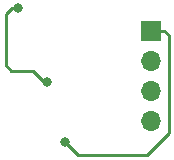
<source format=gbr>
G04 #@! TF.GenerationSoftware,KiCad,Pcbnew,5.0.1-33cea8e~68~ubuntu18.04.1*
G04 #@! TF.CreationDate,2018-11-27T00:32:40+01:00*
G04 #@! TF.ProjectId,AS5600_moveo_2,4153353630305F6D6F76656F5F322E6B,rev?*
G04 #@! TF.SameCoordinates,Original*
G04 #@! TF.FileFunction,Copper,L1,Top,Signal*
G04 #@! TF.FilePolarity,Positive*
%FSLAX46Y46*%
G04 Gerber Fmt 4.6, Leading zero omitted, Abs format (unit mm)*
G04 Created by KiCad (PCBNEW 5.0.1-33cea8e~68~ubuntu18.04.1) date mar 27 nov 2018 00:32:40 CET*
%MOMM*%
%LPD*%
G01*
G04 APERTURE LIST*
G04 #@! TA.AperFunction,ComponentPad*
%ADD10R,1.700000X1.700000*%
G04 #@! TD*
G04 #@! TA.AperFunction,ComponentPad*
%ADD11O,1.700000X1.700000*%
G04 #@! TD*
G04 #@! TA.AperFunction,ViaPad*
%ADD12C,0.800000*%
G04 #@! TD*
G04 #@! TA.AperFunction,Conductor*
%ADD13C,0.250000*%
G04 #@! TD*
G04 APERTURE END LIST*
D10*
G04 #@! TO.P,J1,1*
G04 #@! TO.N,5V*
X153276300Y-80886300D03*
D11*
G04 #@! TO.P,J1,2*
G04 #@! TO.N,SDA*
X153276300Y-83426300D03*
G04 #@! TO.P,J1,3*
G04 #@! TO.N,SCL*
X153276300Y-85966300D03*
G04 #@! TO.P,J1,4*
G04 #@! TO.N,GND*
X153276300Y-88506300D03*
G04 #@! TD*
D12*
G04 #@! TO.N,5V*
X145973800Y-90271600D03*
G04 #@! TO.N,+3V3*
X144437100Y-85242400D03*
X141973300Y-78994000D03*
G04 #@! TD*
D13*
G04 #@! TO.N,5V*
X154376300Y-80886300D02*
X153276300Y-80886300D01*
X154756290Y-81266290D02*
X154376300Y-80886300D01*
X152920700Y-91389200D02*
X154756290Y-89553610D01*
X145973800Y-90271600D02*
X147091400Y-91389200D01*
X154756290Y-89553610D02*
X154756290Y-81266290D01*
X147091400Y-91389200D02*
X152920700Y-91389200D01*
G04 #@! TO.N,+3V3*
X144437100Y-85242400D02*
X144170400Y-85242400D01*
X141452600Y-78994000D02*
X141973300Y-78994000D01*
X140931900Y-83832700D02*
X140931900Y-79514700D01*
X143217900Y-84289900D02*
X141389100Y-84289900D01*
X144170400Y-85242400D02*
X143217900Y-84289900D01*
X141389100Y-84289900D02*
X140931900Y-83832700D01*
X140931900Y-79514700D02*
X141452600Y-78994000D01*
G04 #@! TD*
M02*

</source>
